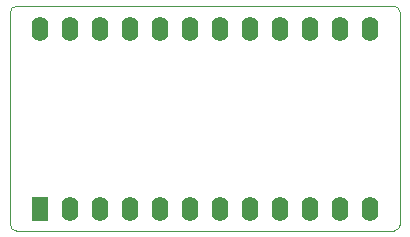
<source format=gbs>
G04 #@! TF.FileFunction,Soldermask,Bot*
%FSLAX46Y46*%
G04 Gerber Fmt 4.6, Leading zero omitted, Abs format (unit mm)*
G04 Created by KiCad (PCBNEW (2015-07-01 BZR 5850)-product) date Wed Jul 29 18:19:28 2015*
%MOMM*%
G01*
G04 APERTURE LIST*
%ADD10C,0.101600*%
%ADD11C,0.100000*%
%ADD12R,1.400000X2.100000*%
%ADD13O,1.400000X2.100000*%
G04 APERTURE END LIST*
D10*
D11*
X24500000Y-36000000D02*
G75*
G03X25000000Y-36500000I500000J0D01*
G01*
X57000000Y-36500000D02*
G75*
G03X57500000Y-36000000I0J500000D01*
G01*
X57500000Y-18000000D02*
G75*
G03X57000000Y-17500000I-500000J0D01*
G01*
X25000000Y-17500000D02*
G75*
G03X24500000Y-18000000I0J-500000D01*
G01*
X24500000Y-36000000D02*
X24500000Y-27000000D01*
X57000000Y-36500000D02*
X25000000Y-36500000D01*
X57500000Y-18000000D02*
X57500000Y-36000000D01*
X25000000Y-17500000D02*
X57000000Y-17500000D01*
X24500000Y-27000000D02*
X24500000Y-18000000D01*
D12*
X27030000Y-34620000D03*
D13*
X29570000Y-34620000D03*
X32110000Y-34620000D03*
X34650000Y-34620000D03*
X37190000Y-34620000D03*
X39730000Y-34620000D03*
X42270000Y-34620000D03*
X44810000Y-34620000D03*
X47350000Y-34620000D03*
X49890000Y-34620000D03*
X52430000Y-34620000D03*
X54970000Y-34620000D03*
X54970000Y-19380000D03*
X52430000Y-19380000D03*
X49890000Y-19380000D03*
X47350000Y-19380000D03*
X44810000Y-19380000D03*
X42270000Y-19380000D03*
X39730000Y-19380000D03*
X37190000Y-19380000D03*
X34650000Y-19380000D03*
X32110000Y-19380000D03*
X29570000Y-19380000D03*
X27030000Y-19380000D03*
M02*

</source>
